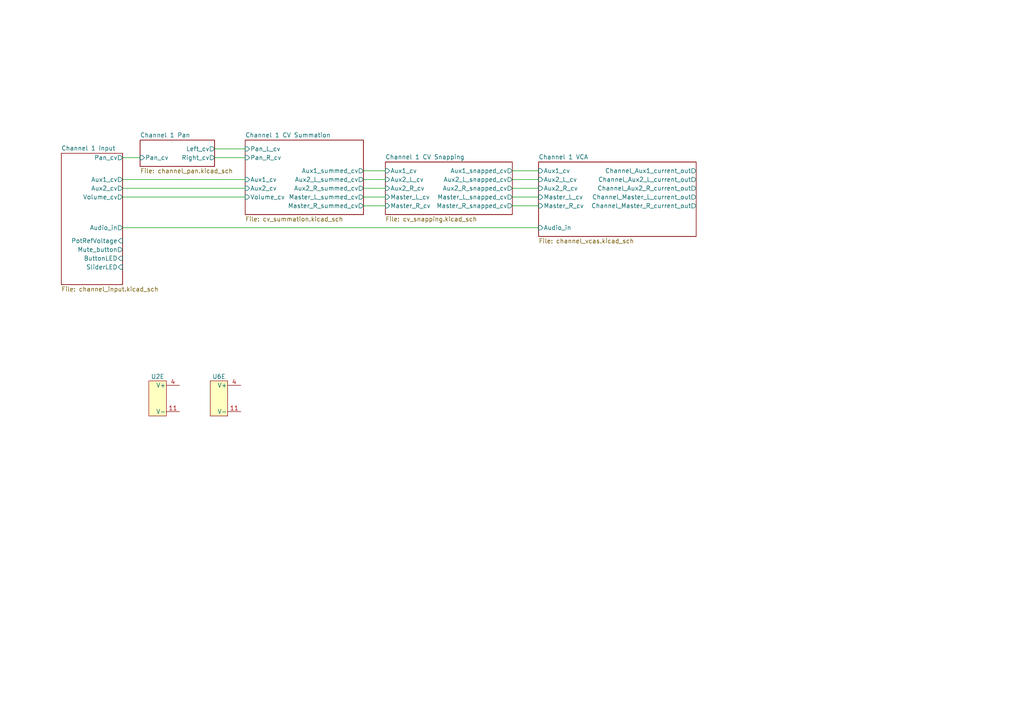
<source format=kicad_sch>
(kicad_sch (version 20230121) (generator eeschema)
  (paper "A4")
  (lib_symbols
    (symbol "WillItBlend:TL074HIDYYR" (pin_names (offset 0.127))
      (property "Reference" "U" (at 0 5.08 0))
      (symbol "TL074HIDYYR_1_1"
        (polyline (pts (xy -5.08 5.08) (xy 5.08 0) (xy -5.08 -5.08) (xy -5.08 5.08)) (stroke (width 0.254)) (fill (type background)))
        (pin output line (at 7.62 0 180) (length 2.54) (name "~") (number "1"))
        (pin input line (at -7.62 -2.54 0) (length 2.54) (name "-") (number "2"))
        (pin input line (at -7.62 2.54 0) (length 2.54) (name "+") (number "3"))
      )
      (symbol "TL074HIDYYR_2_1"
        (polyline (pts (xy -5.08 5.08) (xy 5.08 0) (xy -5.08 -5.08) (xy -5.08 5.08)) (stroke (width 0.254)) (fill (type background)))
        (pin input line (at -7.62 2.54 0) (length 2.54) (name "+") (number "5"))
        (pin input line (at -7.62 -2.54 0) (length 2.54) (name "-") (number "6"))
        (pin output line (at 7.62 0 180) (length 2.54) (name "~") (number "7"))
      )
      (symbol "TL074HIDYYR_3_1"
        (polyline (pts (xy -5.08 5.08) (xy 5.08 0) (xy -5.08 -5.08) (xy -5.08 5.08)) (stroke (width 0.254)) (fill (type background)))
        (pin input line (at -7.62 2.54 0) (length 2.54) (name "+") (number "10"))
        (pin output line (at 7.62 0 180) (length 2.54) (name "~") (number "8"))
        (pin input line (at -7.62 -2.54 0) (length 2.54) (name "-") (number "9"))
      )
      (symbol "TL074HIDYYR_4_1"
        (polyline (pts (xy -5.08 5.08) (xy 5.08 0) (xy -5.08 -5.08) (xy -5.08 5.08)) (stroke (width 0.254)) (fill (type background)))
        (pin input line (at -7.62 2.54 0) (length 2.54) (name "+") (number "12"))
        (pin input line (at -7.62 -2.54 0) (length 2.54) (name "-") (number "13"))
        (pin output line (at 7.62 0 180) (length 2.54) (name "~") (number "14"))
      )
      (symbol "TL074HIDYYR_5_1"
        (rectangle (start -2.54 5.08) (end 2.54 -5.08) (fill (type background)))
        (pin power_in line (at 6.35 -3.81 180) (length 3.81) (name "V-") (number "11"))
        (pin power_in line (at 6.35 3.81 180) (length 3.81) (name "V+") (number "4"))
      )
    )
  )
  (wire (pts (xy 105.41 49.53) (xy 111.76 49.53)))
  (wire (pts (xy 148.59 54.61) (xy 156.21 54.61)))
  (wire (pts (xy 148.59 57.15) (xy 156.21 57.15)))
  (wire (pts (xy 62.23 45.72) (xy 71.12 45.72)))
  (wire (pts (xy 35.56 57.15) (xy 71.12 57.15)))
  (wire (pts (xy 105.41 54.61) (xy 111.76 54.61)))
  (wire (pts (xy 35.56 66.04) (xy 156.21 66.04)))
  (wire (pts (xy 35.56 54.61) (xy 71.12 54.61)))
  (wire (pts (xy 35.56 45.72) (xy 40.64 45.72)))
  (wire (pts (xy 62.23 43.18) (xy 71.12 43.18)))
  (wire (pts (xy 105.41 59.69) (xy 111.76 59.69)))
  (wire (pts (xy 148.59 59.69) (xy 156.21 59.69)))
  (wire (pts (xy 148.59 52.07) (xy 156.21 52.07)))
  (wire (pts (xy 105.41 52.07) (xy 111.76 52.07)))
  (wire (pts (xy 35.56 52.07) (xy 71.12 52.07)))
  (wire (pts (xy 105.41 57.15) (xy 111.76 57.15)))
  (wire (pts (xy 148.59 49.53) (xy 156.21 49.53)))
  (symbol (lib_id "WillItBlend:TL074HIDYYR") (at 45.72 115.57 0) (unit 5)
    (property "Reference" "U2" (at 45.72 109.22 0))
    (property "Value" "TL074HIDYYR" (effects hide))
    (property "Footprint" "WillItBlend:SOT-23-THIN" (effects hide))
    (property "Datasheet" "http://www.ti.com/lit/ds/symlink/tl071.pdf" (effects hide))
  )
  (symbol (lib_id "WillItBlend:TL074HIDYYR") (at 63.5 115.57 0) (unit 5)
    (property "Reference" "U6" (at 63.5 109.22 0))
    (property "Value" "TL074HIDYYR" (effects hide))
    (property "Footprint" "WillItBlend:SOT-23-THIN" (effects hide))
    (property "Datasheet" "http://www.ti.com/lit/ds/symlink/tl071.pdf" (effects hide))
  )
  (sheet (at 156.21 46.99) (size 45.72 21.59) (stroke (width 0.1524))
    (property "Sheetname" "Channel 1 VCA" (at 156.21 46.2784 0) (effects (justify left bottom)))
    (property "Sheetfile" "channel_vcas.kicad_sch" (at 156.21 69.1646 0) (effects (justify left top)))
    (pin "Channel_Aux2_L_current_out" output (at 201.93 52.07 0))
    (pin "Channel_Aux2_R_current_out" output (at 201.93 54.61 0))
    (pin "Channel_Master_R_current_out" output (at 201.93 59.69 0))
    (pin "Channel_Aux1_current_out" output (at 201.93 49.53 0))
    (pin "Channel_Master_L_current_out" output (at 201.93 57.15 0))
    (pin "Audio_in" input (at 156.21 66.04 180))
    (pin "Master_L_cv" input (at 156.21 57.15 180))
    (pin "Master_R_cv" input (at 156.21 59.69 180))
    (pin "Aux1_cv" input (at 156.21 49.53 180))
    (pin "Aux2_L_cv" input (at 156.21 52.07 180))
    (pin "Aux2_R_cv" input (at 156.21 54.61 180))
  )
  (sheet (at 40.64 40.64) (size 21.59 7.62) (stroke (width 0.1524))
    (property "Sheetname" "Channel 1 Pan" (at 40.64 39.9284 0) (effects (justify left bottom)))
    (property "Sheetfile" "channel_pan.kicad_sch" (at 40.64 48.8446 0) (effects (justify left top)))
    (pin "Right_cv" output (at 62.23 45.72 0))
    (pin "Left_cv" output (at 62.23 43.18 0))
    (pin "Pan_cv" input (at 40.64 45.72 180))
  )
  (sheet (at 111.76 46.99) (size 36.83 15.24) (stroke (width 0.1524))
    (property "Sheetname" "Channel 1 CV Snapping" (at 111.76 46.2784 0) (effects (justify left bottom)))
    (property "Sheetfile" "cv_snapping.kicad_sch" (at 111.76 62.8146 0) (effects (justify left top)))
    (pin "Aux1_snapped_cv" output (at 148.59 49.53 0))
    (pin "Aux2_R_snapped_cv" output (at 148.59 54.61 0))
    (pin "Aux2_L_snapped_cv" output (at 148.59 52.07 0))
    (pin "Master_L_snapped_cv" output (at 148.59 57.15 0))
    (pin "Master_R_snapped_cv" output (at 148.59 59.69 0))
    (pin "Aux1_cv" input (at 111.76 49.53 180))
    (pin "Master_L_cv" input (at 111.76 57.15 180))
    (pin "Aux2_L_cv" input (at 111.76 52.07 180))
    (pin "Aux2_R_cv" input (at 111.76 54.61 180))
    (pin "Master_R_cv" input (at 111.76 59.69 180))
  )
  (sheet (at 71.12 40.64) (size 34.29 21.59) (stroke (width 0.1524))
    (property "Sheetname" "Channel 1 CV Summation" (at 71.12 39.9284 0) (effects (justify left bottom)))
    (property "Sheetfile" "cv_summation.kicad_sch" (at 71.12 62.8146 0) (effects (justify left top)))
    (pin "Pan_R_cv" input (at 71.12 45.72 180))
    (pin "Pan_L_cv" input (at 71.12 43.18 180))
    (pin "Aux2_cv" input (at 71.12 54.61 180))
    (pin "Aux2_R_summed_cv" output (at 105.41 54.61 0))
    (pin "Aux2_L_summed_cv" output (at 105.41 52.07 0))
    (pin "Master_L_summed_cv" output (at 105.41 57.15 0))
    (pin "Aux1_summed_cv" output (at 105.41 49.53 0))
    (pin "Master_R_summed_cv" output (at 105.41 59.69 0))
    (pin "Aux1_cv" input (at 71.12 52.07 180))
    (pin "Volume_cv" input (at 71.12 57.15 180))
  )
  (sheet (at 17.78 44.45) (size 17.78 38.1) (stroke (width 0.1524))
    (property "Sheetname" "Channel 1 Input" (at 17.78 43.7384 0) (effects (justify left bottom)))
    (property "Sheetfile" "channel_input.kicad_sch" (at 17.78 83.1346 0) (effects (justify left top)))
    (pin "Aux2_cv" output (at 35.56 54.61 0))
    (pin "Mute_button" output (at 35.56 72.39 0))
    (pin "Aux1_cv" output (at 35.56 52.07 0))
    (pin "Volume_cv" output (at 35.56 57.15 0))
    (pin "ButtonLED" input (at 35.56 74.93 0))
    (pin "PotRefVoltage" input (at 35.56 69.85 0))
    (pin "SliderLED" input (at 35.56 77.47 0))
    (pin "Audio_in" output (at 35.56 66.04 0))
    (pin "Pan_cv" output (at 35.56 45.72 0))
  )
)
</source>
